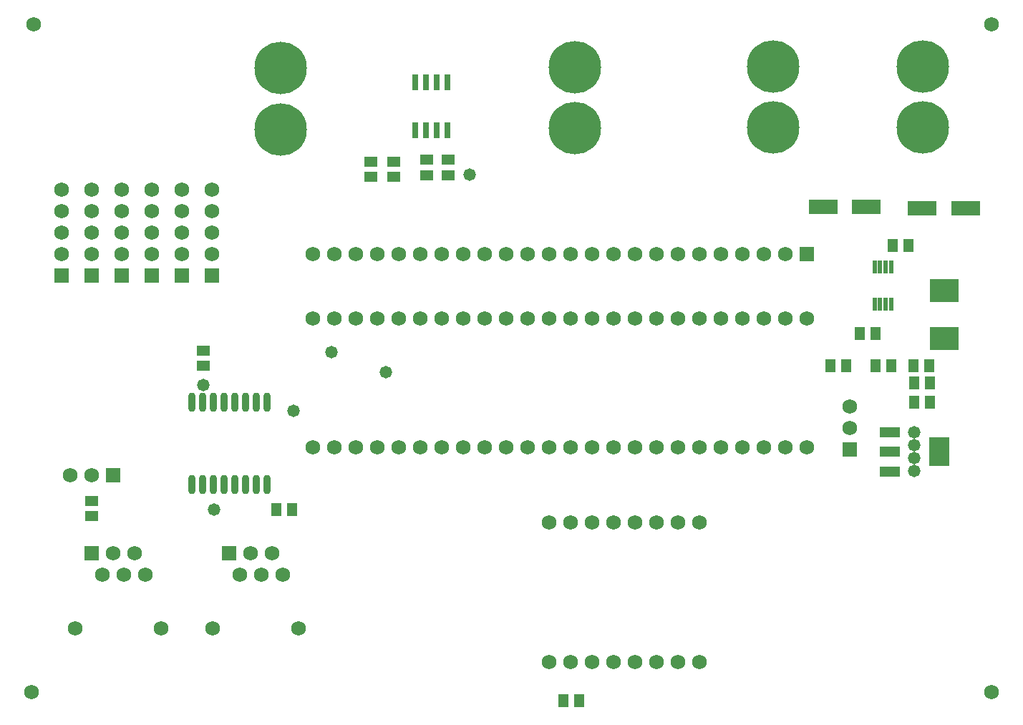
<source format=gbr>
%TF.GenerationSoftware,Altium Limited,Altium Designer,19.1.8 (144)*%
G04 Layer_Color=8388736*
%FSLAX26Y26*%
%MOIN*%
%TF.FileFunction,Soldermask,Top*%
%TF.Part,Single*%
G01*
G75*
%TA.AperFunction,SMDPad,CuDef*%
%ADD35R,0.049339X0.059181*%
%TA.AperFunction,ComponentPad*%
%ADD36C,0.068000*%
%ADD37R,0.068000X0.068000*%
%ADD38C,0.244220*%
%ADD39R,0.068000X0.068000*%
%TA.AperFunction,WasherPad*%
%ADD40C,0.068000*%
%TA.AperFunction,ViaPad*%
%ADD41C,0.058000*%
%TA.AperFunction,SMDPad,CuDef*%
%ADD45R,0.133984X0.070992*%
%ADD46R,0.021654X0.061024*%
%ADD47R,0.092646X0.047370*%
%ADD48R,0.092646X0.135953*%
%ADD49R,0.059181X0.049339*%
%ADD50O,0.033591X0.090677*%
%ADD51R,0.031622X0.076898*%
%ADD52R,0.135953X0.106425*%
%ADD53R,0.063118X0.049339*%
%ADD54R,0.049339X0.063118*%
D35*
X4080000Y1650000D02*
D03*
X4152835D02*
D03*
X3870000Y1650001D02*
D03*
X3942834D02*
D03*
X4257166Y1649999D02*
D03*
X4330001D02*
D03*
D36*
X1458583Y1271417D02*
D03*
X1558583D02*
D03*
X1658583D02*
D03*
X1758583D02*
D03*
X1858583D02*
D03*
X1958583D02*
D03*
X2058583D02*
D03*
X2158583D02*
D03*
X2258583D02*
D03*
X2358583D02*
D03*
X2458583D02*
D03*
X2558583D02*
D03*
X2658583D02*
D03*
X2758583D02*
D03*
Y1871417D02*
D03*
X2658583D02*
D03*
X2558583D02*
D03*
X2458583D02*
D03*
X2358583D02*
D03*
X2258583D02*
D03*
X2158583D02*
D03*
X2058583D02*
D03*
X1958583D02*
D03*
X1858583D02*
D03*
X1758583D02*
D03*
X2958583Y1271417D02*
D03*
X3058583D02*
D03*
X3158583D02*
D03*
X3258583D02*
D03*
X3358583D02*
D03*
X3458583D02*
D03*
X3558583D02*
D03*
X3658583D02*
D03*
X3758583D02*
D03*
Y1871417D02*
D03*
X3658583D02*
D03*
X3558583D02*
D03*
X3458583D02*
D03*
X3358583D02*
D03*
X3258583D02*
D03*
X3158583D02*
D03*
X2858583Y1271417D02*
D03*
X1658583Y1871417D02*
D03*
X1558583D02*
D03*
X1458583D02*
D03*
X2858583D02*
D03*
X2958583D02*
D03*
X3058583D02*
D03*
X2658583Y271417D02*
D03*
X2558583D02*
D03*
X2658583Y921417D02*
D03*
X2558583D02*
D03*
X2858583Y271417D02*
D03*
X2758583D02*
D03*
X2858583Y921417D02*
D03*
X2758583D02*
D03*
X3058583Y271417D02*
D03*
X2958583D02*
D03*
X3058583Y921417D02*
D03*
X2958583D02*
D03*
X3158583D02*
D03*
X3258583D02*
D03*
X3158583Y271417D02*
D03*
X3258583D02*
D03*
X3960000Y1460000D02*
D03*
Y1360000D02*
D03*
X290000Y2470000D02*
D03*
Y2170000D02*
D03*
Y2270000D02*
D03*
Y2370000D02*
D03*
X430000Y2470000D02*
D03*
Y2170000D02*
D03*
Y2270000D02*
D03*
Y2370000D02*
D03*
X570000Y2470000D02*
D03*
Y2170000D02*
D03*
Y2270000D02*
D03*
Y2370000D02*
D03*
X710000Y2470000D02*
D03*
Y2170000D02*
D03*
Y2270000D02*
D03*
Y2370000D02*
D03*
X850000Y2470000D02*
D03*
Y2170000D02*
D03*
Y2270000D02*
D03*
Y2370000D02*
D03*
X990000Y2470000D02*
D03*
Y2170000D02*
D03*
Y2270000D02*
D03*
Y2370000D02*
D03*
X678583Y676417D02*
D03*
X578583D02*
D03*
X478583D02*
D03*
X628583Y776417D02*
D03*
X528583D02*
D03*
X753583Y426417D02*
D03*
X353583D02*
D03*
X1318583Y676417D02*
D03*
X1218583D02*
D03*
X1118583D02*
D03*
X1268583Y776417D02*
D03*
X1168583D02*
D03*
X1393583Y426417D02*
D03*
X993583D02*
D03*
X1558583Y2171417D02*
D03*
X1658583D02*
D03*
X1758583D02*
D03*
X1858583D02*
D03*
X2258583D02*
D03*
X2158583D02*
D03*
X2058583D02*
D03*
X1958583D02*
D03*
X2658583D02*
D03*
X2558583D02*
D03*
X2458583D02*
D03*
X2358583D02*
D03*
X3058583D02*
D03*
X2958583D02*
D03*
X2858583D02*
D03*
X2758583D02*
D03*
X3458583D02*
D03*
X3558583D02*
D03*
X3658583D02*
D03*
X3158583D02*
D03*
X3258583D02*
D03*
X3358583D02*
D03*
X1458583D02*
D03*
X330000Y1140000D02*
D03*
X430000D02*
D03*
D37*
X3960000Y1260000D02*
D03*
X290000Y2070000D02*
D03*
X430000D02*
D03*
X570000D02*
D03*
X710000D02*
D03*
X850000D02*
D03*
X990000D02*
D03*
D38*
X4300000Y3043465D02*
D03*
Y2760000D02*
D03*
X3603583Y3044882D02*
D03*
Y2761417D02*
D03*
X1308780Y3036417D02*
D03*
Y2752953D02*
D03*
X2678780Y3041417D02*
D03*
Y2757953D02*
D03*
D39*
X428583Y776417D02*
D03*
X1068583D02*
D03*
X3758583Y2171417D02*
D03*
X530000Y1140000D02*
D03*
D40*
X4620000Y3240000D02*
D03*
Y130000D02*
D03*
X150000D02*
D03*
X160000Y3240000D02*
D03*
D41*
X4260000Y1160000D02*
D03*
Y1220000D02*
D03*
Y1280000D02*
D03*
Y1340000D02*
D03*
X1370000Y1440000D02*
D03*
X950000Y1560000D02*
D03*
X1800000Y1620000D02*
D03*
X1000000Y980000D02*
D03*
X1545000Y1715000D02*
D03*
X2190000Y2540000D02*
D03*
D45*
X3836000Y2393000D02*
D03*
X4036787D02*
D03*
X4497787Y2386000D02*
D03*
X4297000D02*
D03*
D46*
X4074409Y2110001D02*
D03*
X4100000D02*
D03*
X4125590D02*
D03*
X4151181D02*
D03*
Y1936773D02*
D03*
X4125590D02*
D03*
X4100000D02*
D03*
X4074409D02*
D03*
D47*
X4144842Y1340551D02*
D03*
Y1250000D02*
D03*
Y1159449D02*
D03*
D48*
X4375158Y1250000D02*
D03*
D49*
X1835000Y2602835D02*
D03*
Y2530000D02*
D03*
X1730000Y2529999D02*
D03*
Y2602834D02*
D03*
X430001Y950000D02*
D03*
Y1022835D02*
D03*
D50*
X895000Y1099055D02*
D03*
X945000D02*
D03*
X995000D02*
D03*
X1045000D02*
D03*
X1095000D02*
D03*
X1145000D02*
D03*
X1195000D02*
D03*
X1245000D02*
D03*
X895000Y1480945D02*
D03*
X945000D02*
D03*
X995000D02*
D03*
X1045000D02*
D03*
X1095000D02*
D03*
X1145000D02*
D03*
X1195000D02*
D03*
X1245000D02*
D03*
D51*
X2085000Y2971220D02*
D03*
X2035000D02*
D03*
X1985000D02*
D03*
X1935000D02*
D03*
X2085000Y2748780D02*
D03*
X2035000D02*
D03*
X1985000D02*
D03*
X1935000D02*
D03*
D52*
X4400000Y1779527D02*
D03*
Y2000000D02*
D03*
D53*
X950000Y1722835D02*
D03*
Y1650000D02*
D03*
X2090001Y2537166D02*
D03*
Y2610001D02*
D03*
X1990001Y2537165D02*
D03*
Y2610000D02*
D03*
D54*
X1290000Y980001D02*
D03*
X1362835D02*
D03*
X2627165Y89999D02*
D03*
X2699999D02*
D03*
X4232835Y2210001D02*
D03*
X4160000D02*
D03*
X4332835Y1569999D02*
D03*
X4260000D02*
D03*
X4332834Y1479999D02*
D03*
X4259999D02*
D03*
X4007166Y1800001D02*
D03*
X4080001D02*
D03*
%TF.MD5,360386b97b2432acbff9e92928e7bdb0*%
M02*

</source>
